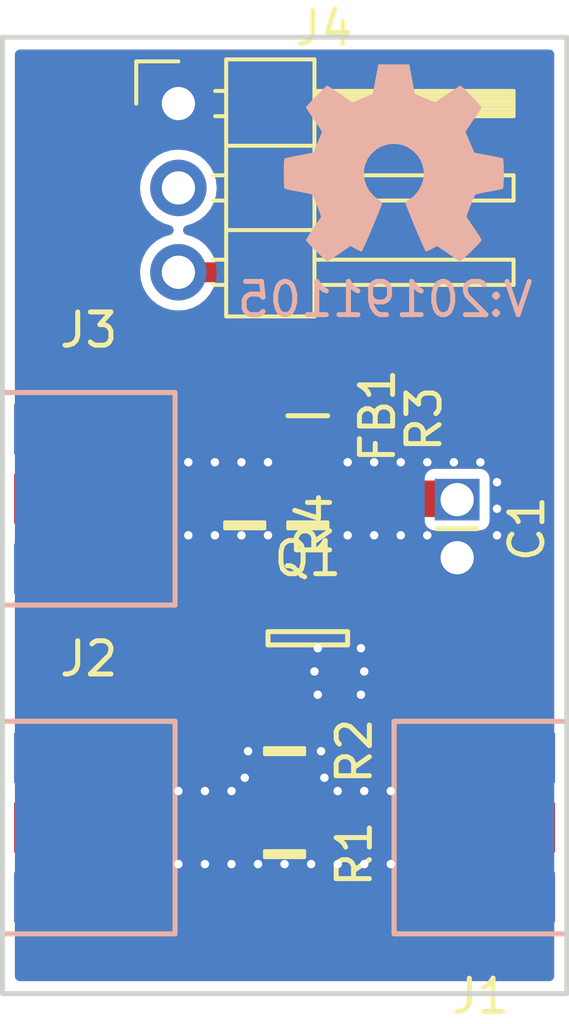
<source format=kicad_pcb>
(kicad_pcb (version 20171130) (host pcbnew 5.1.4-e60b266~84~ubuntu18.04.1)

  (general
    (thickness 1.6)
    (drawings 6)
    (tracks 59)
    (zones 0)
    (modules 13)
    (nets 7)
  )

  (page A4)
  (layers
    (0 F.Cu signal)
    (31 B.Cu signal)
    (32 B.Adhes user)
    (33 F.Adhes user)
    (34 B.Paste user)
    (35 F.Paste user)
    (36 B.SilkS user)
    (37 F.SilkS user)
    (38 B.Mask user)
    (39 F.Mask user)
    (40 Dwgs.User user)
    (41 Cmts.User user)
    (42 Eco1.User user)
    (43 Eco2.User user)
    (44 Edge.Cuts user)
    (45 Margin user)
    (46 B.CrtYd user)
    (47 F.CrtYd user)
    (48 B.Fab user)
    (49 F.Fab user)
  )

  (setup
    (last_trace_width 1.5)
    (user_trace_width 0.1524)
    (user_trace_width 0.2)
    (user_trace_width 0.3)
    (user_trace_width 0.4)
    (user_trace_width 0.6)
    (user_trace_width 1.1)
    (user_trace_width 1.5)
    (user_trace_width 2)
    (trace_clearance 0.1524)
    (zone_clearance 0.508)
    (zone_45_only no)
    (trace_min 0.1524)
    (via_size 0.381)
    (via_drill 0.254)
    (via_min_size 0.381)
    (via_min_drill 0.254)
    (user_via 0.4 0.254)
    (user_via 0.6 0.4)
    (user_via 0.8 0.6)
    (user_via 1 0.8)
    (user_via 1.3 1)
    (user_via 1.5 1.2)
    (user_via 1.7 1.4)
    (user_via 1.9 1.6)
    (uvia_size 0.381)
    (uvia_drill 0.254)
    (uvias_allowed no)
    (uvia_min_size 0.381)
    (uvia_min_drill 0.254)
    (edge_width 0.15)
    (segment_width 0.2)
    (pcb_text_width 0.3)
    (pcb_text_size 1.5 1.5)
    (mod_edge_width 0.15)
    (mod_text_size 1 1)
    (mod_text_width 0.15)
    (pad_size 1.524 1.524)
    (pad_drill 0.762)
    (pad_to_mask_clearance 0.1)
    (solder_mask_min_width 0.1)
    (aux_axis_origin 0 0)
    (visible_elements FFFFFF7F)
    (pcbplotparams
      (layerselection 0x010fc_ffffffff)
      (usegerberextensions true)
      (usegerberattributes false)
      (usegerberadvancedattributes false)
      (creategerberjobfile false)
      (excludeedgelayer true)
      (linewidth 0.100000)
      (plotframeref false)
      (viasonmask false)
      (mode 1)
      (useauxorigin false)
      (hpglpennumber 1)
      (hpglpenspeed 20)
      (hpglpendiameter 15.000000)
      (psnegative false)
      (psa4output false)
      (plotreference true)
      (plotvalue true)
      (plotinvisibletext false)
      (padsonsilk false)
      (subtractmaskfromsilk false)
      (outputformat 1)
      (mirror false)
      (drillshape 0)
      (scaleselection 1)
      (outputdirectory "OSH_Park_2_layer_plots"))
  )

  (net 0 "")
  (net 1 /B_WAVEFORM)
  (net 2 GND)
  (net 3 VDD)
  (net 4 /A_WAVEFORM)
  (net 5 "Net-(Q1-Pad3)")
  (net 6 "Net-(Q1-Pad1)")

  (net_class Default "This is the default net class."
    (clearance 0.1524)
    (trace_width 0.1524)
    (via_dia 0.381)
    (via_drill 0.254)
    (uvia_dia 0.381)
    (uvia_drill 0.254)
    (add_net /A_WAVEFORM)
    (add_net /B_WAVEFORM)
    (add_net GND)
    (add_net "Net-(J4-Pad2)")
    (add_net "Net-(Q1-Pad1)")
    (add_net "Net-(Q1-Pad3)")
    (add_net VDD)
  )

  (module SquantorRcl:C_TH+0805+0603+0402 (layer F.Cu) (tedit 5DCB208A) (tstamp 5DC1FE0A)
    (at 192.2 83 270)
    (descr "Capacitor SMD 0805, 0603,0402 pad sizes and through holes")
    (tags "capacitor 0805 0603 0402 Through hole mixed")
    (path /5DC32996)
    (attr smd)
    (fp_text reference C1 (at 0 -2.1 90) (layer F.SilkS)
      (effects (font (size 1 1) (thickness 0.15)))
    )
    (fp_text value DUT (at 0 2.1 90) (layer F.Fab)
      (effects (font (size 1 1) (thickness 0.15)))
    )
    (fp_line (start 1.75 -0.95) (end 1.75 0.95) (layer F.CrtYd) (width 0.05))
    (fp_line (start -1.75 -0.95) (end -1.75 0.95) (layer F.CrtYd) (width 0.05))
    (fp_line (start -1.75 0.95) (end 1.75 0.95) (layer F.CrtYd) (width 0.05))
    (fp_line (start -1.75 -0.95) (end 1.75 -0.95) (layer F.CrtYd) (width 0.05))
    (fp_line (start -0.9 -0.625) (end 0.9 -0.625) (layer F.Fab) (width 0.1))
    (fp_line (start 0.9 -0.625) (end 0.9 0.625) (layer F.Fab) (width 0.1))
    (fp_line (start 0.9 0.625) (end -0.9 0.625) (layer F.Fab) (width 0.1))
    (fp_line (start -0.9 0.625) (end -0.9 -0.625) (layer F.Fab) (width 0.1))
    (fp_line (start 0 -0.6) (end 0 0.6) (layer F.SilkS) (width 0.15))
    (pad 2 thru_hole rect (at 0.875 0 270) (size 1.25 1.35) (drill 1) (layers *.Cu *.Mask)
      (net 2 GND))
    (pad 1 thru_hole rect (at -0.875 0 270) (size 1.25 1.35) (drill 1) (layers *.Cu *.Mask)
      (net 1 /B_WAVEFORM))
    (model ${KISYS3DMOD}/Capacitor_SMD.3dshapes/C_0805_2012Metric.step
      (at (xyz 0 0 0))
      (scale (xyz 1 1 1))
      (rotate (xyz 0 0 0))
    )
  )

  (module Connector_PinHeader_2.54mm:PinHeader_1x03_P2.54mm_Horizontal (layer F.Cu) (tedit 59FED5CB) (tstamp 5DCB168F)
    (at 183.8 70.2)
    (descr "Through hole angled pin header, 1x03, 2.54mm pitch, 6mm pin length, single row")
    (tags "Through hole angled pin header THT 1x03 2.54mm single row")
    (path /5DC34700)
    (fp_text reference J4 (at 4.385 -2.27) (layer F.SilkS)
      (effects (font (size 1 1) (thickness 0.15)))
    )
    (fp_text value Conn_01x02 (at 4.385 7.35) (layer F.Fab)
      (effects (font (size 1 1) (thickness 0.15)))
    )
    (fp_text user %R (at 2.77 2.54 90) (layer F.Fab)
      (effects (font (size 1 1) (thickness 0.15)))
    )
    (fp_line (start 10.55 -1.8) (end -1.8 -1.8) (layer F.CrtYd) (width 0.05))
    (fp_line (start 10.55 6.85) (end 10.55 -1.8) (layer F.CrtYd) (width 0.05))
    (fp_line (start -1.8 6.85) (end 10.55 6.85) (layer F.CrtYd) (width 0.05))
    (fp_line (start -1.8 -1.8) (end -1.8 6.85) (layer F.CrtYd) (width 0.05))
    (fp_line (start -1.27 -1.27) (end 0 -1.27) (layer F.SilkS) (width 0.12))
    (fp_line (start -1.27 0) (end -1.27 -1.27) (layer F.SilkS) (width 0.12))
    (fp_line (start 1.042929 5.46) (end 1.44 5.46) (layer F.SilkS) (width 0.12))
    (fp_line (start 1.042929 4.7) (end 1.44 4.7) (layer F.SilkS) (width 0.12))
    (fp_line (start 10.1 5.46) (end 4.1 5.46) (layer F.SilkS) (width 0.12))
    (fp_line (start 10.1 4.7) (end 10.1 5.46) (layer F.SilkS) (width 0.12))
    (fp_line (start 4.1 4.7) (end 10.1 4.7) (layer F.SilkS) (width 0.12))
    (fp_line (start 1.44 3.81) (end 4.1 3.81) (layer F.SilkS) (width 0.12))
    (fp_line (start 1.042929 2.92) (end 1.44 2.92) (layer F.SilkS) (width 0.12))
    (fp_line (start 1.042929 2.16) (end 1.44 2.16) (layer F.SilkS) (width 0.12))
    (fp_line (start 10.1 2.92) (end 4.1 2.92) (layer F.SilkS) (width 0.12))
    (fp_line (start 10.1 2.16) (end 10.1 2.92) (layer F.SilkS) (width 0.12))
    (fp_line (start 4.1 2.16) (end 10.1 2.16) (layer F.SilkS) (width 0.12))
    (fp_line (start 1.44 1.27) (end 4.1 1.27) (layer F.SilkS) (width 0.12))
    (fp_line (start 1.11 0.38) (end 1.44 0.38) (layer F.SilkS) (width 0.12))
    (fp_line (start 1.11 -0.38) (end 1.44 -0.38) (layer F.SilkS) (width 0.12))
    (fp_line (start 4.1 0.28) (end 10.1 0.28) (layer F.SilkS) (width 0.12))
    (fp_line (start 4.1 0.16) (end 10.1 0.16) (layer F.SilkS) (width 0.12))
    (fp_line (start 4.1 0.04) (end 10.1 0.04) (layer F.SilkS) (width 0.12))
    (fp_line (start 4.1 -0.08) (end 10.1 -0.08) (layer F.SilkS) (width 0.12))
    (fp_line (start 4.1 -0.2) (end 10.1 -0.2) (layer F.SilkS) (width 0.12))
    (fp_line (start 4.1 -0.32) (end 10.1 -0.32) (layer F.SilkS) (width 0.12))
    (fp_line (start 10.1 0.38) (end 4.1 0.38) (layer F.SilkS) (width 0.12))
    (fp_line (start 10.1 -0.38) (end 10.1 0.38) (layer F.SilkS) (width 0.12))
    (fp_line (start 4.1 -0.38) (end 10.1 -0.38) (layer F.SilkS) (width 0.12))
    (fp_line (start 4.1 -1.33) (end 1.44 -1.33) (layer F.SilkS) (width 0.12))
    (fp_line (start 4.1 6.41) (end 4.1 -1.33) (layer F.SilkS) (width 0.12))
    (fp_line (start 1.44 6.41) (end 4.1 6.41) (layer F.SilkS) (width 0.12))
    (fp_line (start 1.44 -1.33) (end 1.44 6.41) (layer F.SilkS) (width 0.12))
    (fp_line (start 4.04 5.4) (end 10.04 5.4) (layer F.Fab) (width 0.1))
    (fp_line (start 10.04 4.76) (end 10.04 5.4) (layer F.Fab) (width 0.1))
    (fp_line (start 4.04 4.76) (end 10.04 4.76) (layer F.Fab) (width 0.1))
    (fp_line (start -0.32 5.4) (end 1.5 5.4) (layer F.Fab) (width 0.1))
    (fp_line (start -0.32 4.76) (end -0.32 5.4) (layer F.Fab) (width 0.1))
    (fp_line (start -0.32 4.76) (end 1.5 4.76) (layer F.Fab) (width 0.1))
    (fp_line (start 4.04 2.86) (end 10.04 2.86) (layer F.Fab) (width 0.1))
    (fp_line (start 10.04 2.22) (end 10.04 2.86) (layer F.Fab) (width 0.1))
    (fp_line (start 4.04 2.22) (end 10.04 2.22) (layer F.Fab) (width 0.1))
    (fp_line (start -0.32 2.86) (end 1.5 2.86) (layer F.Fab) (width 0.1))
    (fp_line (start -0.32 2.22) (end -0.32 2.86) (layer F.Fab) (width 0.1))
    (fp_line (start -0.32 2.22) (end 1.5 2.22) (layer F.Fab) (width 0.1))
    (fp_line (start 4.04 0.32) (end 10.04 0.32) (layer F.Fab) (width 0.1))
    (fp_line (start 10.04 -0.32) (end 10.04 0.32) (layer F.Fab) (width 0.1))
    (fp_line (start 4.04 -0.32) (end 10.04 -0.32) (layer F.Fab) (width 0.1))
    (fp_line (start -0.32 0.32) (end 1.5 0.32) (layer F.Fab) (width 0.1))
    (fp_line (start -0.32 -0.32) (end -0.32 0.32) (layer F.Fab) (width 0.1))
    (fp_line (start -0.32 -0.32) (end 1.5 -0.32) (layer F.Fab) (width 0.1))
    (fp_line (start 1.5 -0.635) (end 2.135 -1.27) (layer F.Fab) (width 0.1))
    (fp_line (start 1.5 6.35) (end 1.5 -0.635) (layer F.Fab) (width 0.1))
    (fp_line (start 4.04 6.35) (end 1.5 6.35) (layer F.Fab) (width 0.1))
    (fp_line (start 4.04 -1.27) (end 4.04 6.35) (layer F.Fab) (width 0.1))
    (fp_line (start 2.135 -1.27) (end 4.04 -1.27) (layer F.Fab) (width 0.1))
    (pad 3 thru_hole oval (at 0 5.08) (size 1.7 1.7) (drill 1) (layers *.Cu *.Mask)
      (net 3 VDD))
    (pad 2 thru_hole oval (at 0 2.54) (size 1.7 1.7) (drill 1) (layers *.Cu *.Mask))
    (pad 1 thru_hole rect (at 0 0) (size 1.7 1.7) (drill 1) (layers *.Cu *.Mask)
      (net 2 GND))
    (model ${KISYS3DMOD}/Connector_PinHeader_2.54mm.3dshapes/PinHeader_1x03_P2.54mm_Horizontal.wrl
      (at (xyz 0 0 0))
      (scale (xyz 1 1 1))
      (rotate (xyz 0 0 0))
    )
  )

  (module SquantorConnectors:SMA_edge_6mm2 (layer F.Cu) (tedit 5DC88CDF) (tstamp 5DC1FE46)
    (at 181.1 82.1)
    (path /5DC23BC2)
    (fp_text reference J3 (at 0 -5.08 180) (layer F.SilkS)
      (effects (font (size 1 1) (thickness 0.15)))
    )
    (fp_text value Coax (at 0 4.445 180) (layer F.Fab)
      (effects (font (size 1 1) (thickness 0.15)))
    )
    (fp_line (start 2.6 3.2) (end -2.6 3.2) (layer B.SilkS) (width 0.15))
    (fp_line (start 2.6 -3.2) (end 2.6 3.2) (layer B.SilkS) (width 0.15))
    (fp_line (start -2.6 -3.2) (end 2.6 -3.2) (layer B.SilkS) (width 0.15))
    (fp_line (start 2.6 3.2) (end -2.6 3.2) (layer F.SilkS) (width 0.15))
    (fp_line (start 2.6 -3.2) (end 2.6 3.2) (layer F.SilkS) (width 0.15))
    (fp_line (start -2.6 -3.2) (end 2.6 -3.2) (layer F.SilkS) (width 0.15))
    (fp_line (start -2.6 -3.2) (end -2.6 3.2) (layer Dwgs.User) (width 0.1))
    (pad 2 smd rect (at 0 2.1) (size 4.5 1.5) (layers B.Cu B.Paste B.Mask)
      (net 2 GND))
    (pad 2 smd rect (at 0 -2.1) (size 4.5 1.5) (layers B.Cu B.Paste B.Mask)
      (net 2 GND))
    (pad 2 smd rect (at 0 2.1) (size 4.5 1.5) (layers F.Cu F.Paste F.Mask)
      (net 2 GND))
    (pad 2 smd rect (at 0 -2.1) (size 4.5 1.5) (layers F.Cu F.Paste F.Mask)
      (net 2 GND))
    (pad 1 smd rect (at 0 0) (size 4.5 1.5) (layers F.Cu F.Paste F.Mask)
      (net 1 /B_WAVEFORM))
  )

  (module SquantorConnectors:SMA_edge_6mm2 (layer F.Cu) (tedit 5DC88CDF) (tstamp 5DC1FE37)
    (at 181.1 92)
    (path /5DC23260)
    (fp_text reference J2 (at 0 -5.08 180) (layer F.SilkS)
      (effects (font (size 1 1) (thickness 0.15)))
    )
    (fp_text value Coax (at 0 4.445 180) (layer F.Fab)
      (effects (font (size 1 1) (thickness 0.15)))
    )
    (fp_line (start 2.6 3.2) (end -2.6 3.2) (layer B.SilkS) (width 0.15))
    (fp_line (start 2.6 -3.2) (end 2.6 3.2) (layer B.SilkS) (width 0.15))
    (fp_line (start -2.6 -3.2) (end 2.6 -3.2) (layer B.SilkS) (width 0.15))
    (fp_line (start 2.6 3.2) (end -2.6 3.2) (layer F.SilkS) (width 0.15))
    (fp_line (start 2.6 -3.2) (end 2.6 3.2) (layer F.SilkS) (width 0.15))
    (fp_line (start -2.6 -3.2) (end 2.6 -3.2) (layer F.SilkS) (width 0.15))
    (fp_line (start -2.6 -3.2) (end -2.6 3.2) (layer Dwgs.User) (width 0.1))
    (pad 2 smd rect (at 0 2.1) (size 4.5 1.5) (layers B.Cu B.Paste B.Mask)
      (net 2 GND))
    (pad 2 smd rect (at 0 -2.1) (size 4.5 1.5) (layers B.Cu B.Paste B.Mask)
      (net 2 GND))
    (pad 2 smd rect (at 0 2.1) (size 4.5 1.5) (layers F.Cu F.Paste F.Mask)
      (net 2 GND))
    (pad 2 smd rect (at 0 -2.1) (size 4.5 1.5) (layers F.Cu F.Paste F.Mask)
      (net 2 GND))
    (pad 1 smd rect (at 0 0) (size 4.5 1.5) (layers F.Cu F.Paste F.Mask)
      (net 4 /A_WAVEFORM))
  )

  (module SquantorConnectors:SMA_edge_6mm2 (layer F.Cu) (tedit 5DC88CDF) (tstamp 5DC1FE28)
    (at 192.9 92 180)
    (path /5DC20E46)
    (fp_text reference J1 (at 0 -5.08 180) (layer F.SilkS)
      (effects (font (size 1 1) (thickness 0.15)))
    )
    (fp_text value Coax (at 0 4.445 180) (layer F.Fab)
      (effects (font (size 1 1) (thickness 0.15)))
    )
    (fp_line (start 2.6 3.2) (end -2.6 3.2) (layer B.SilkS) (width 0.15))
    (fp_line (start 2.6 -3.2) (end 2.6 3.2) (layer B.SilkS) (width 0.15))
    (fp_line (start -2.6 -3.2) (end 2.6 -3.2) (layer B.SilkS) (width 0.15))
    (fp_line (start 2.6 3.2) (end -2.6 3.2) (layer F.SilkS) (width 0.15))
    (fp_line (start 2.6 -3.2) (end 2.6 3.2) (layer F.SilkS) (width 0.15))
    (fp_line (start -2.6 -3.2) (end 2.6 -3.2) (layer F.SilkS) (width 0.15))
    (fp_line (start -2.6 -3.2) (end -2.6 3.2) (layer Dwgs.User) (width 0.1))
    (pad 2 smd rect (at 0 2.1 180) (size 4.5 1.5) (layers B.Cu B.Paste B.Mask)
      (net 2 GND))
    (pad 2 smd rect (at 0 -2.1 180) (size 4.5 1.5) (layers B.Cu B.Paste B.Mask)
      (net 2 GND))
    (pad 2 smd rect (at 0 2.1 180) (size 4.5 1.5) (layers F.Cu F.Paste F.Mask)
      (net 2 GND))
    (pad 2 smd rect (at 0 -2.1 180) (size 4.5 1.5) (layers F.Cu F.Paste F.Mask)
      (net 2 GND))
    (pad 1 smd rect (at 0 0 180) (size 4.5 1.5) (layers F.Cu F.Paste F.Mask)
      (net 4 /A_WAVEFORM))
  )

  (module SquantorRcl:R_0805+0603 (layer F.Cu) (tedit 5DB204EF) (tstamp 5DC1FED4)
    (at 185.8 82.9 270)
    (descr "Resistor SMD 0805, reflow soldering, Vishay (see dcrcw.pdf)")
    (tags "resistor 0805")
    (path /5DC2EDC0)
    (attr smd)
    (fp_text reference R4 (at 0 -2.1 90) (layer F.SilkS)
      (effects (font (size 1 1) (thickness 0.15)))
    )
    (fp_text value 50 (at 0 2.1 90) (layer F.Fab)
      (effects (font (size 1 1) (thickness 0.15)))
    )
    (fp_poly (pts (xy -0.1 -0.6) (xy -0.1 0.6) (xy 0.1 0.6) (xy 0.1 -0.6)) (layer F.SilkS) (width 0.1))
    (fp_line (start 1.55 -0.95) (end 1.55 0.95) (layer F.CrtYd) (width 0.05))
    (fp_line (start -1.55 -0.95) (end -1.55 0.95) (layer F.CrtYd) (width 0.05))
    (fp_line (start -1.55 0.95) (end 1.55 0.95) (layer F.CrtYd) (width 0.05))
    (fp_line (start -1.55 -0.95) (end 1.55 -0.95) (layer F.CrtYd) (width 0.05))
    (fp_line (start -1 -0.625) (end 1 -0.625) (layer F.Fab) (width 0.1))
    (fp_line (start 1 -0.625) (end 1 0.625) (layer F.Fab) (width 0.1))
    (fp_line (start 1 0.625) (end -1 0.625) (layer F.Fab) (width 0.1))
    (fp_line (start -1 0.625) (end -1 -0.625) (layer F.Fab) (width 0.1))
    (pad 2 smd rect (at 0.775 0 270) (size 1.05 1.3) (layers F.Cu F.Paste F.Mask)
      (net 2 GND))
    (pad 1 smd rect (at -0.775 0 270) (size 1.05 1.3) (layers F.Cu F.Paste F.Mask)
      (net 1 /B_WAVEFORM))
    (model ${KISYS3DMOD}/Resistor_SMD.3dshapes/R_0805_2012Metric.step
      (at (xyz 0 0 0))
      (scale (xyz 1 1 1))
      (rotate (xyz 0 0 0))
    )
  )

  (module SquantorRcl:R_0805+0603 (layer F.Cu) (tedit 5DB204EF) (tstamp 5DC1FEC5)
    (at 187.7 82.9 270)
    (descr "Resistor SMD 0805, reflow soldering, Vishay (see dcrcw.pdf)")
    (tags "resistor 0805")
    (path /5DC2ACF9)
    (attr smd)
    (fp_text reference R3 (at -3.2 -3.5 90) (layer F.SilkS)
      (effects (font (size 1 1) (thickness 0.15)))
    )
    (fp_text value 100 (at 0 2.1 90) (layer F.Fab)
      (effects (font (size 1 1) (thickness 0.15)))
    )
    (fp_poly (pts (xy -0.1 -0.6) (xy -0.1 0.6) (xy 0.1 0.6) (xy 0.1 -0.6)) (layer F.SilkS) (width 0.1))
    (fp_line (start 1.55 -0.95) (end 1.55 0.95) (layer F.CrtYd) (width 0.05))
    (fp_line (start -1.55 -0.95) (end -1.55 0.95) (layer F.CrtYd) (width 0.05))
    (fp_line (start -1.55 0.95) (end 1.55 0.95) (layer F.CrtYd) (width 0.05))
    (fp_line (start -1.55 -0.95) (end 1.55 -0.95) (layer F.CrtYd) (width 0.05))
    (fp_line (start -1 -0.625) (end 1 -0.625) (layer F.Fab) (width 0.1))
    (fp_line (start 1 -0.625) (end 1 0.625) (layer F.Fab) (width 0.1))
    (fp_line (start 1 0.625) (end -1 0.625) (layer F.Fab) (width 0.1))
    (fp_line (start -1 0.625) (end -1 -0.625) (layer F.Fab) (width 0.1))
    (pad 2 smd rect (at 0.775 0 270) (size 1.05 1.3) (layers F.Cu F.Paste F.Mask)
      (net 5 "Net-(Q1-Pad3)"))
    (pad 1 smd rect (at -0.775 0 270) (size 1.05 1.3) (layers F.Cu F.Paste F.Mask)
      (net 1 /B_WAVEFORM))
    (model ${KISYS3DMOD}/Resistor_SMD.3dshapes/R_0805_2012Metric.step
      (at (xyz 0 0 0))
      (scale (xyz 1 1 1))
      (rotate (xyz 0 0 0))
    )
  )

  (module SquantorRcl:R_0805+0603 (layer F.Cu) (tedit 5DB204EF) (tstamp 5DC1FEB6)
    (at 187 89.7 270)
    (descr "Resistor SMD 0805, reflow soldering, Vishay (see dcrcw.pdf)")
    (tags "resistor 0805")
    (path /5DC27BD2)
    (attr smd)
    (fp_text reference R2 (at 0 -2.1 90) (layer F.SilkS)
      (effects (font (size 1 1) (thickness 0.15)))
    )
    (fp_text value 560 (at 0 2.1 90) (layer F.Fab)
      (effects (font (size 1 1) (thickness 0.15)))
    )
    (fp_poly (pts (xy -0.1 -0.6) (xy -0.1 0.6) (xy 0.1 0.6) (xy 0.1 -0.6)) (layer F.SilkS) (width 0.1))
    (fp_line (start 1.55 -0.95) (end 1.55 0.95) (layer F.CrtYd) (width 0.05))
    (fp_line (start -1.55 -0.95) (end -1.55 0.95) (layer F.CrtYd) (width 0.05))
    (fp_line (start -1.55 0.95) (end 1.55 0.95) (layer F.CrtYd) (width 0.05))
    (fp_line (start -1.55 -0.95) (end 1.55 -0.95) (layer F.CrtYd) (width 0.05))
    (fp_line (start -1 -0.625) (end 1 -0.625) (layer F.Fab) (width 0.1))
    (fp_line (start 1 -0.625) (end 1 0.625) (layer F.Fab) (width 0.1))
    (fp_line (start 1 0.625) (end -1 0.625) (layer F.Fab) (width 0.1))
    (fp_line (start -1 0.625) (end -1 -0.625) (layer F.Fab) (width 0.1))
    (pad 2 smd rect (at 0.775 0 270) (size 1.05 1.3) (layers F.Cu F.Paste F.Mask)
      (net 4 /A_WAVEFORM))
    (pad 1 smd rect (at -0.775 0 270) (size 1.05 1.3) (layers F.Cu F.Paste F.Mask)
      (net 6 "Net-(Q1-Pad1)"))
    (model ${KISYS3DMOD}/Resistor_SMD.3dshapes/R_0805_2012Metric.step
      (at (xyz 0 0 0))
      (scale (xyz 1 1 1))
      (rotate (xyz 0 0 0))
    )
  )

  (module SquantorRcl:R_0805+0603 (layer F.Cu) (tedit 5DB204EF) (tstamp 5DC1FEA7)
    (at 187 92.8 270)
    (descr "Resistor SMD 0805, reflow soldering, Vishay (see dcrcw.pdf)")
    (tags "resistor 0805")
    (path /5DC27135)
    (attr smd)
    (fp_text reference R1 (at 0 -2.1 90) (layer F.SilkS)
      (effects (font (size 1 1) (thickness 0.15)))
    )
    (fp_text value 50 (at 0 2.1 90) (layer F.Fab)
      (effects (font (size 1 1) (thickness 0.15)))
    )
    (fp_poly (pts (xy -0.1 -0.6) (xy -0.1 0.6) (xy 0.1 0.6) (xy 0.1 -0.6)) (layer F.SilkS) (width 0.1))
    (fp_line (start 1.55 -0.95) (end 1.55 0.95) (layer F.CrtYd) (width 0.05))
    (fp_line (start -1.55 -0.95) (end -1.55 0.95) (layer F.CrtYd) (width 0.05))
    (fp_line (start -1.55 0.95) (end 1.55 0.95) (layer F.CrtYd) (width 0.05))
    (fp_line (start -1.55 -0.95) (end 1.55 -0.95) (layer F.CrtYd) (width 0.05))
    (fp_line (start -1 -0.625) (end 1 -0.625) (layer F.Fab) (width 0.1))
    (fp_line (start 1 -0.625) (end 1 0.625) (layer F.Fab) (width 0.1))
    (fp_line (start 1 0.625) (end -1 0.625) (layer F.Fab) (width 0.1))
    (fp_line (start -1 0.625) (end -1 -0.625) (layer F.Fab) (width 0.1))
    (pad 2 smd rect (at 0.775 0 270) (size 1.05 1.3) (layers F.Cu F.Paste F.Mask)
      (net 2 GND))
    (pad 1 smd rect (at -0.775 0 270) (size 1.05 1.3) (layers F.Cu F.Paste F.Mask)
      (net 4 /A_WAVEFORM))
    (model ${KISYS3DMOD}/Resistor_SMD.3dshapes/R_0805_2012Metric.step
      (at (xyz 0 0 0))
      (scale (xyz 1 1 1))
      (rotate (xyz 0 0 0))
    )
  )

  (module SquantorIC:SOT23-3 (layer F.Cu) (tedit 5D43446D) (tstamp 5DC1FE98)
    (at 187.7 86.3)
    (path /5DC260EE)
    (fp_text reference Q1 (at 0 -2.4) (layer F.SilkS)
      (effects (font (size 1 1) (thickness 0.15)))
    )
    (fp_text value MMBT2369AL (at 0 2.5) (layer F.Fab)
      (effects (font (size 1 1) (thickness 0.15)))
    )
    (fp_line (start 1.7 -1.1) (end 1.7 1.8) (layer F.CrtYd) (width 0.05))
    (fp_line (start 0.7 -1.1) (end 1.7 -1.1) (layer F.CrtYd) (width 0.05))
    (fp_line (start 0.7 -1.8) (end 0.7 -1.1) (layer F.CrtYd) (width 0.05))
    (fp_line (start -0.7 -1.8) (end 0.7 -1.8) (layer F.CrtYd) (width 0.05))
    (fp_line (start -0.7 -1.1) (end -0.7 -1.8) (layer F.CrtYd) (width 0.05))
    (fp_line (start -1.7 -1.1) (end -0.7 -1.1) (layer F.CrtYd) (width 0.05))
    (fp_line (start -1.7 1.8) (end -1.7 -1.1) (layer F.CrtYd) (width 0.05))
    (fp_line (start -1.7 1.8) (end 1.7 1.8) (layer F.CrtYd) (width 0.05))
    (fp_line (start -1.2 0.2) (end -1.2 -0.2) (layer F.SilkS) (width 0.15))
    (fp_line (start 1.2 0.2) (end -1.2 0.2) (layer F.SilkS) (width 0.15))
    (fp_line (start 1.2 -0.2) (end 1.2 0.2) (layer F.SilkS) (width 0.15))
    (fp_line (start -1.2 -0.2) (end 1.2 -0.2) (layer F.SilkS) (width 0.15))
    (pad 3 smd rect (at 0 -1) (size 0.8 0.9) (layers F.Cu F.Paste F.Mask)
      (net 5 "Net-(Q1-Pad3)"))
    (pad 2 smd rect (at 0.95 1) (size 0.8 0.9) (layers F.Cu F.Paste F.Mask)
      (net 2 GND))
    (pad 1 smd rect (at -0.95 1) (size 0.8 0.9) (layers F.Cu F.Paste F.Mask)
      (net 6 "Net-(Q1-Pad1)"))
    (model ${KISYS3DMOD}/Package_TO_SOT_SMD.3dshapes/SOT-23.step
      (at (xyz 0 0 0))
      (scale (xyz 1 1 1))
      (rotate (xyz 0 0 -90))
    )
  )

  (module SquantorRcl:C_0805+0603 (layer F.Cu) (tedit 5D4424FD) (tstamp 5DC1FE19)
    (at 187.7 79.6 270)
    (descr "Capacitor SMD 0805 and 0603 pad sizes, reflow soldering, based on AVX dimensions")
    (tags "capacitor 0805 0603 mixed")
    (path /5DC36EE9)
    (attr smd)
    (fp_text reference FB1 (at 0 -2.1 90) (layer F.SilkS)
      (effects (font (size 1 1) (thickness 0.15)))
    )
    (fp_text value Ferrite_Bead (at 0 2.1 90) (layer F.Fab)
      (effects (font (size 1 1) (thickness 0.15)))
    )
    (fp_line (start 0 -0.6) (end 0 0.6) (layer F.SilkS) (width 0.15))
    (fp_line (start -0.9 0.625) (end -0.9 -0.625) (layer F.Fab) (width 0.1))
    (fp_line (start 0.9 0.625) (end -0.9 0.625) (layer F.Fab) (width 0.1))
    (fp_line (start 0.9 -0.625) (end 0.9 0.625) (layer F.Fab) (width 0.1))
    (fp_line (start -0.9 -0.625) (end 0.9 -0.625) (layer F.Fab) (width 0.1))
    (fp_line (start -1.75 -0.95) (end 1.75 -0.95) (layer F.CrtYd) (width 0.05))
    (fp_line (start -1.75 0.95) (end 1.75 0.95) (layer F.CrtYd) (width 0.05))
    (fp_line (start -1.75 -0.95) (end -1.75 0.95) (layer F.CrtYd) (width 0.05))
    (fp_line (start 1.75 -0.95) (end 1.75 0.95) (layer F.CrtYd) (width 0.05))
    (pad 1 smd rect (at -0.925 0 270) (size 1.15 1.35) (layers F.Cu F.Paste F.Mask)
      (net 3 VDD))
    (pad 2 smd rect (at 0.925 0 270) (size 1.15 1.35) (layers F.Cu F.Paste F.Mask)
      (net 1 /B_WAVEFORM))
    (model ${KISYS3DMOD}/Capacitor_SMD.3dshapes/C_0805_2012Metric.step
      (at (xyz 0 0 0))
      (scale (xyz 1 1 1))
      (rotate (xyz 0 0 0))
    )
  )

  (module Symbols:OSHW-Symbol_6.7x6mm_SilkScreen (layer B.Cu) (tedit 0) (tstamp 5A135134)
    (at 190.3 72 180)
    (descr "Open Source Hardware Symbol")
    (tags "Logo Symbol OSHW")
    (path /5A135869)
    (attr virtual)
    (fp_text reference N1 (at 0 0) (layer B.SilkS) hide
      (effects (font (size 1 1) (thickness 0.15)) (justify mirror))
    )
    (fp_text value OHWLOGO (at 0.75 0) (layer B.Fab) hide
      (effects (font (size 1 1) (thickness 0.15)) (justify mirror))
    )
    (fp_poly (pts (xy 0.555814 2.531069) (xy 0.639635 2.086445) (xy 0.94892 1.958947) (xy 1.258206 1.831449)
      (xy 1.629246 2.083754) (xy 1.733157 2.154004) (xy 1.827087 2.216728) (xy 1.906652 2.269062)
      (xy 1.96747 2.308143) (xy 2.005157 2.331107) (xy 2.015421 2.336058) (xy 2.03391 2.323324)
      (xy 2.07342 2.288118) (xy 2.129522 2.234938) (xy 2.197787 2.168282) (xy 2.273786 2.092646)
      (xy 2.353092 2.012528) (xy 2.431275 1.932426) (xy 2.503907 1.856836) (xy 2.566559 1.790255)
      (xy 2.614803 1.737182) (xy 2.64421 1.702113) (xy 2.651241 1.690377) (xy 2.641123 1.66874)
      (xy 2.612759 1.621338) (xy 2.569129 1.552807) (xy 2.513218 1.467785) (xy 2.448006 1.370907)
      (xy 2.410219 1.31565) (xy 2.341343 1.214752) (xy 2.28014 1.123701) (xy 2.229578 1.04703)
      (xy 2.192628 0.989272) (xy 2.172258 0.954957) (xy 2.169197 0.947746) (xy 2.176136 0.927252)
      (xy 2.195051 0.879487) (xy 2.223087 0.811168) (xy 2.257391 0.729011) (xy 2.295109 0.63973)
      (xy 2.333387 0.550042) (xy 2.36937 0.466662) (xy 2.400206 0.396306) (xy 2.423039 0.34569)
      (xy 2.435017 0.321529) (xy 2.435724 0.320578) (xy 2.454531 0.315964) (xy 2.504618 0.305672)
      (xy 2.580793 0.290713) (xy 2.677865 0.272099) (xy 2.790643 0.250841) (xy 2.856442 0.238582)
      (xy 2.97695 0.215638) (xy 3.085797 0.193805) (xy 3.177476 0.174278) (xy 3.246481 0.158252)
      (xy 3.287304 0.146921) (xy 3.295511 0.143326) (xy 3.303548 0.118994) (xy 3.310033 0.064041)
      (xy 3.31497 -0.015108) (xy 3.318364 -0.112026) (xy 3.320218 -0.220287) (xy 3.320538 -0.333465)
      (xy 3.319327 -0.445135) (xy 3.31659 -0.548868) (xy 3.312331 -0.638241) (xy 3.306555 -0.706826)
      (xy 3.299267 -0.748197) (xy 3.294895 -0.75681) (xy 3.268764 -0.767133) (xy 3.213393 -0.781892)
      (xy 3.136107 -0.799352) (xy 3.04423 -0.81778) (xy 3.012158 -0.823741) (xy 2.857524 -0.852066)
      (xy 2.735375 -0.874876) (xy 2.641673 -0.89308) (xy 2.572384 -0.907583) (xy 2.523471 -0.919292)
      (xy 2.490897 -0.929115) (xy 2.470628 -0.937956) (xy 2.458626 -0.946724) (xy 2.456947 -0.948457)
      (xy 2.440184 -0.976371) (xy 2.414614 -1.030695) (xy 2.382788 -1.104777) (xy 2.34726 -1.191965)
      (xy 2.310583 -1.285608) (xy 2.275311 -1.379052) (xy 2.243996 -1.465647) (xy 2.219193 -1.53874)
      (xy 2.203454 -1.591678) (xy 2.199332 -1.617811) (xy 2.199676 -1.618726) (xy 2.213641 -1.640086)
      (xy 2.245322 -1.687084) (xy 2.291391 -1.754827) (xy 2.348518 -1.838423) (xy 2.413373 -1.932982)
      (xy 2.431843 -1.959854) (xy 2.497699 -2.057275) (xy 2.55565 -2.146163) (xy 2.602538 -2.221412)
      (xy 2.635207 -2.27792) (xy 2.6505 -2.310581) (xy 2.651241 -2.314593) (xy 2.638392 -2.335684)
      (xy 2.602888 -2.377464) (xy 2.549293 -2.435445) (xy 2.482171 -2.505135) (xy 2.406087 -2.582045)
      (xy 2.325604 -2.661683) (xy 2.245287 -2.739561) (xy 2.169699 -2.811186) (xy 2.103405 -2.87207)
      (xy 2.050969 -2.917721) (xy 2.016955 -2.94365) (xy 2.007545 -2.947883) (xy 1.985643 -2.937912)
      (xy 1.9408 -2.91102) (xy 1.880321 -2.871736) (xy 1.833789 -2.840117) (xy 1.749475 -2.782098)
      (xy 1.649626 -2.713784) (xy 1.549473 -2.645579) (xy 1.495627 -2.609075) (xy 1.313371 -2.4858)
      (xy 1.160381 -2.56852) (xy 1.090682 -2.604759) (xy 1.031414 -2.632926) (xy 0.991311 -2.648991)
      (xy 0.981103 -2.651226) (xy 0.968829 -2.634722) (xy 0.944613 -2.588082) (xy 0.910263 -2.515609)
      (xy 0.867588 -2.421606) (xy 0.818394 -2.310374) (xy 0.76449 -2.186215) (xy 0.707684 -2.053432)
      (xy 0.649782 -1.916327) (xy 0.592593 -1.779202) (xy 0.537924 -1.646358) (xy 0.487584 -1.522098)
      (xy 0.44338 -1.410725) (xy 0.407119 -1.316539) (xy 0.380609 -1.243844) (xy 0.365658 -1.196941)
      (xy 0.363254 -1.180833) (xy 0.382311 -1.160286) (xy 0.424036 -1.126933) (xy 0.479706 -1.087702)
      (xy 0.484378 -1.084599) (xy 0.628264 -0.969423) (xy 0.744283 -0.835053) (xy 0.83143 -0.685784)
      (xy 0.888699 -0.525913) (xy 0.915086 -0.359737) (xy 0.909585 -0.191552) (xy 0.87119 -0.025655)
      (xy 0.798895 0.133658) (xy 0.777626 0.168513) (xy 0.666996 0.309263) (xy 0.536302 0.422286)
      (xy 0.390064 0.506997) (xy 0.232808 0.562806) (xy 0.069057 0.589126) (xy -0.096667 0.58537)
      (xy -0.259838 0.55095) (xy -0.415935 0.485277) (xy -0.560433 0.387765) (xy -0.605131 0.348187)
      (xy -0.718888 0.224297) (xy -0.801782 0.093876) (xy -0.858644 -0.052315) (xy -0.890313 -0.197088)
      (xy -0.898131 -0.35986) (xy -0.872062 -0.52344) (xy -0.814755 -0.682298) (xy -0.728856 -0.830906)
      (xy -0.617014 -0.963735) (xy -0.481877 -1.075256) (xy -0.464117 -1.087011) (xy -0.40785 -1.125508)
      (xy -0.365077 -1.158863) (xy -0.344628 -1.18016) (xy -0.344331 -1.180833) (xy -0.348721 -1.203871)
      (xy -0.366124 -1.256157) (xy -0.394732 -1.33339) (xy -0.432735 -1.431268) (xy -0.478326 -1.545491)
      (xy -0.529697 -1.671758) (xy -0.585038 -1.805767) (xy -0.642542 -1.943218) (xy -0.700399 -2.079808)
      (xy -0.756802 -2.211237) (xy -0.809942 -2.333205) (xy -0.85801 -2.441409) (xy -0.899199 -2.531549)
      (xy -0.931699 -2.599323) (xy -0.953703 -2.64043) (xy -0.962564 -2.651226) (xy -0.98964 -2.642819)
      (xy -1.040303 -2.620272) (xy -1.105817 -2.587613) (xy -1.141841 -2.56852) (xy -1.294832 -2.4858)
      (xy -1.477088 -2.609075) (xy -1.570125 -2.672228) (xy -1.671985 -2.741727) (xy -1.767438 -2.807165)
      (xy -1.81525 -2.840117) (xy -1.882495 -2.885273) (xy -1.939436 -2.921057) (xy -1.978646 -2.942938)
      (xy -1.991381 -2.947563) (xy -2.009917 -2.935085) (xy -2.050941 -2.900252) (xy -2.110475 -2.846678)
      (xy -2.184542 -2.777983) (xy -2.269165 -2.697781) (xy -2.322685 -2.646286) (xy -2.416319 -2.554286)
      (xy -2.497241 -2.471999) (xy -2.562177 -2.402945) (xy -2.607858 -2.350644) (xy -2.631011 -2.318616)
      (xy -2.633232 -2.312116) (xy -2.622924 -2.287394) (xy -2.594439 -2.237405) (xy -2.550937 -2.167212)
      (xy -2.495577 -2.081875) (xy -2.43152 -1.986456) (xy -2.413303 -1.959854) (xy -2.346927 -1.863167)
      (xy -2.287378 -1.776117) (xy -2.237984 -1.703595) (xy -2.202075 -1.650493) (xy -2.182981 -1.621703)
      (xy -2.181136 -1.618726) (xy -2.183895 -1.595782) (xy -2.198538 -1.545336) (xy -2.222513 -1.474041)
      (xy -2.253266 -1.388547) (xy -2.288244 -1.295507) (xy -2.324893 -1.201574) (xy -2.360661 -1.113399)
      (xy -2.392994 -1.037634) (xy -2.419338 -0.980931) (xy -2.437142 -0.949943) (xy -2.438407 -0.948457)
      (xy -2.449294 -0.939601) (xy -2.467682 -0.930843) (xy -2.497606 -0.921277) (xy -2.543103 -0.909996)
      (xy -2.608209 -0.896093) (xy -2.696961 -0.878663) (xy -2.813393 -0.856798) (xy -2.961542 -0.829591)
      (xy -2.993618 -0.823741) (xy -3.088686 -0.805374) (xy -3.171565 -0.787405) (xy -3.23493 -0.771569)
      (xy -3.271458 -0.7596) (xy -3.276356 -0.75681) (xy -3.284427 -0.732072) (xy -3.290987 -0.67679)
      (xy -3.296033 -0.597389) (xy -3.299559 -0.500296) (xy -3.301561 -0.391938) (xy -3.302036 -0.27874)
      (xy -3.300977 -0.167128) (xy -3.298382 -0.063529) (xy -3.294246 0.025632) (xy -3.288563 0.093928)
      (xy -3.281331 0.134934) (xy -3.276971 0.143326) (xy -3.252698 0.151792) (xy -3.197426 0.165565)
      (xy -3.116662 0.18345) (xy -3.015912 0.204252) (xy -2.900683 0.226777) (xy -2.837902 0.238582)
      (xy -2.718787 0.260849) (xy -2.612565 0.281021) (xy -2.524427 0.298085) (xy -2.459566 0.311031)
      (xy -2.423174 0.318845) (xy -2.417184 0.320578) (xy -2.407061 0.34011) (xy -2.385662 0.387157)
      (xy -2.355839 0.454997) (xy -2.320445 0.536909) (xy -2.282332 0.626172) (xy -2.244353 0.716065)
      (xy -2.20936 0.799865) (xy -2.180206 0.870853) (xy -2.159743 0.922306) (xy -2.150823 0.947503)
      (xy -2.150657 0.948604) (xy -2.160769 0.968481) (xy -2.189117 1.014223) (xy -2.232723 1.081283)
      (xy -2.288606 1.165116) (xy -2.353787 1.261174) (xy -2.391679 1.31635) (xy -2.460725 1.417519)
      (xy -2.52205 1.50937) (xy -2.572663 1.587256) (xy -2.609571 1.646531) (xy -2.629782 1.682549)
      (xy -2.632701 1.690623) (xy -2.620153 1.709416) (xy -2.585463 1.749543) (xy -2.533063 1.806507)
      (xy -2.467384 1.875815) (xy -2.392856 1.952969) (xy -2.313913 2.033475) (xy -2.234983 2.112837)
      (xy -2.1605 2.18656) (xy -2.094894 2.250148) (xy -2.042596 2.299106) (xy -2.008039 2.328939)
      (xy -1.996478 2.336058) (xy -1.977654 2.326047) (xy -1.932631 2.297922) (xy -1.865787 2.254546)
      (xy -1.781499 2.198782) (xy -1.684144 2.133494) (xy -1.610707 2.083754) (xy -1.239667 1.831449)
      (xy -0.621095 2.086445) (xy -0.537275 2.531069) (xy -0.453454 2.975693) (xy 0.471994 2.975693)
      (xy 0.555814 2.531069)) (layer B.SilkS) (width 0.01))
  )

  (module SquantorLabels:Label_version (layer B.Cu) (tedit 5B5A1E49) (tstamp 5B96DD88)
    (at 189.8 76)
    (path /5A1357A5)
    (fp_text reference N2 (at 0 -1.4) (layer B.Fab) hide
      (effects (font (size 1 1) (thickness 0.15)) (justify mirror))
    )
    (fp_text value 20191105 (at -0.4 0.1) (layer B.SilkS)
      (effects (font (size 1 1) (thickness 0.15)) (justify mirror))
    )
    (fp_text user V: (at 4 0.1) (layer B.SilkS)
      (effects (font (size 1 1) (thickness 0.15)) (justify mirror))
    )
  )

  (gr_line (start 192.2 82.1) (end 183.2 82.1) (layer F.Mask) (width 1.3))
  (gr_line (start 183.4 92) (end 190.7 92) (layer F.Mask) (width 1.3))
  (gr_line (start 178.5 68.2) (end 178.5 97) (layer Edge.Cuts) (width 0.15) (tstamp 5DC20263))
  (gr_line (start 195.5 68.2) (end 178.5 68.2) (layer Edge.Cuts) (width 0.15))
  (gr_line (start 195.5 97) (end 195.5 68.2) (layer Edge.Cuts) (width 0.15))
  (gr_line (start 178.5 97) (end 195.5 97) (layer Edge.Cuts) (width 0.15))

  (via (at 186.5 83.2) (size 0.4) (drill 0.254) (layers F.Cu B.Cu) (net 2))
  (via (at 185.7 83.2) (size 0.4) (drill 0.254) (layers F.Cu B.Cu) (net 2))
  (segment (start 192.175 82.1) (end 192.2 82.125) (width 1.1) (layer F.Cu) (net 1))
  (segment (start 181.1 82.1) (end 192.175 82.1) (width 1.1) (layer F.Cu) (net 1))
  (segment (start 187.7 82.125) (end 187.7 80.525) (width 0.6) (layer F.Cu) (net 1))
  (via (at 187 93.1) (size 0.4) (drill 0.254) (layers F.Cu B.Cu) (net 2))
  (via (at 183.8 93.1) (size 0.4) (drill 0.254) (layers F.Cu B.Cu) (net 2))
  (via (at 184.6 93.1) (size 0.4) (drill 0.254) (layers F.Cu B.Cu) (net 2))
  (via (at 185.4 93.1) (size 0.4) (drill 0.254) (layers F.Cu B.Cu) (net 2))
  (via (at 186.2 93.1) (size 0.4) (drill 0.254) (layers F.Cu B.Cu) (net 2))
  (via (at 187.8 93.1) (size 0.4) (drill 0.254) (layers F.Cu B.Cu) (net 2))
  (via (at 188.6 93.1) (size 0.4) (drill 0.254) (layers F.Cu B.Cu) (net 2))
  (via (at 189.4 93.1) (size 0.4) (drill 0.254) (layers F.Cu B.Cu) (net 2))
  (via (at 190.2 93.1) (size 0.4) (drill 0.254) (layers F.Cu B.Cu) (net 2))
  (via (at 183.8 90.9) (size 0.4) (drill 0.254) (layers F.Cu B.Cu) (net 2))
  (via (at 184.6 90.9) (size 0.4) (drill 0.254) (layers F.Cu B.Cu) (net 2))
  (via (at 185.4 90.9) (size 0.4) (drill 0.254) (layers F.Cu B.Cu) (net 2))
  (via (at 185.8 90.5) (size 0.4) (drill 0.254) (layers F.Cu B.Cu) (net 2))
  (via (at 185.9 89.7) (size 0.4) (drill 0.254) (layers F.Cu B.Cu) (net 2))
  (via (at 188.1 89.7) (size 0.4) (drill 0.254) (layers F.Cu B.Cu) (net 2))
  (via (at 188.2 90.5) (size 0.4) (drill 0.254) (layers F.Cu B.Cu) (net 2))
  (via (at 188.6 90.9) (size 0.4) (drill 0.254) (layers F.Cu B.Cu) (net 2))
  (via (at 189.4 90.9) (size 0.4) (drill 0.254) (layers F.Cu B.Cu) (net 2))
  (via (at 190.2 90.9) (size 0.4) (drill 0.254) (layers F.Cu B.Cu) (net 2))
  (via (at 189.3 86.6) (size 0.381) (drill 0.254) (layers F.Cu B.Cu) (net 2))
  (via (at 189.3 88) (size 0.4) (drill 0.254) (layers F.Cu B.Cu) (net 2))
  (via (at 189.4 87.3) (size 0.4) (drill 0.254) (layers F.Cu B.Cu) (net 2))
  (via (at 187.9 87.3) (size 0.4) (drill 0.254) (layers F.Cu B.Cu) (net 2))
  (via (at 188 86.6) (size 0.4) (drill 0.254) (layers F.Cu B.Cu) (net 2))
  (via (at 188 88) (size 0.4) (drill 0.254) (layers F.Cu B.Cu) (net 2))
  (via (at 184.1 83.2) (size 0.4) (drill 0.254) (layers F.Cu B.Cu) (net 2))
  (via (at 184.9 83.2) (size 0.4) (drill 0.254) (layers F.Cu B.Cu) (net 2))
  (via (at 184.9 81) (size 0.4) (drill 0.254) (layers F.Cu B.Cu) (net 2))
  (via (at 185.7 81) (size 0.4) (drill 0.254) (layers F.Cu B.Cu) (net 2))
  (via (at 186.5 81) (size 0.4) (drill 0.254) (layers F.Cu B.Cu) (net 2))
  (via (at 188.9 81) (size 0.4) (drill 0.254) (layers F.Cu B.Cu) (net 2))
  (via (at 188.9 83.2) (size 0.4) (drill 0.254) (layers F.Cu B.Cu) (net 2))
  (via (at 189.7 83.2) (size 0.4) (drill 0.254) (layers F.Cu B.Cu) (net 2))
  (via (at 190.5 83.2) (size 0.4) (drill 0.254) (layers F.Cu B.Cu) (net 2))
  (via (at 191.3 83.2) (size 0.4) (drill 0.254) (layers F.Cu B.Cu) (net 2))
  (via (at 189.7 81) (size 0.4) (drill 0.254) (layers F.Cu B.Cu) (net 2))
  (via (at 190.5 81) (size 0.4) (drill 0.254) (layers F.Cu B.Cu) (net 2))
  (via (at 191.3 81) (size 0.4) (drill 0.254) (layers F.Cu B.Cu) (net 2))
  (via (at 192.1 81) (size 0.4) (drill 0.254) (layers F.Cu B.Cu) (net 2))
  (via (at 192.9 81) (size 0.4) (drill 0.254) (layers F.Cu B.Cu) (net 2))
  (via (at 193.4 81.6) (size 0.4) (drill 0.254) (layers F.Cu B.Cu) (net 2))
  (via (at 193.4 82.4) (size 0.4) (drill 0.254) (layers F.Cu B.Cu) (net 2))
  (via (at 193.4 83.2) (size 0.4) (drill 0.254) (layers F.Cu B.Cu) (net 2))
  (via (at 184.1 81) (size 0.4) (drill 0.254) (layers F.Cu B.Cu) (net 2))
  (segment (start 183.8 75.28) (end 186.88 75.28) (width 0.6) (layer F.Cu) (net 3))
  (segment (start 187.7 76.1) (end 187.7 78.675) (width 0.6) (layer F.Cu) (net 3))
  (segment (start 186.88 75.28) (end 187.7 76.1) (width 0.6) (layer F.Cu) (net 3))
  (segment (start 181.1 92) (end 192.9 92) (width 1.1) (layer F.Cu) (net 4))
  (segment (start 187 91.4) (end 187 92.025) (width 0.6) (layer F.Cu) (net 4))
  (segment (start 187 90.475) (end 187 91.4) (width 1.1) (layer F.Cu) (net 4))
  (segment (start 187.7 85.3) (end 187.7 83.675) (width 0.6) (layer F.Cu) (net 5))
  (segment (start 187 88.925) (end 187 88.2) (width 0.6) (layer F.Cu) (net 6))
  (segment (start 186.75 87.95) (end 186.75 87.3) (width 0.6) (layer F.Cu) (net 6))
  (segment (start 187 88.2) (end 186.75 87.95) (width 0.6) (layer F.Cu) (net 6))

  (zone (net 2) (net_name GND) (layer F.Cu) (tstamp 0) (hatch edge 0.508)
    (connect_pads yes (clearance 0.3))
    (min_thickness 0.3)
    (fill yes (arc_segments 32) (thermal_gap 0.3) (thermal_bridge_width 0.4))
    (polygon
      (pts
        (xy 178.5 68.2) (xy 195.5 68.2) (xy 195.5 97) (xy 178.5 97)
      )
    )
    (filled_polygon
      (pts
        (xy 186.35 93.002177) (xy 187.65 93.002177) (xy 187.672105 93) (xy 190.273379 93) (xy 190.274029 93.001216)
        (xy 190.330263 93.069737) (xy 190.398784 93.125971) (xy 190.476959 93.167757) (xy 190.561785 93.193489) (xy 190.65 93.202177)
        (xy 194.975 93.202177) (xy 194.975 96.475) (xy 179.025 96.475) (xy 179.025 93.202177) (xy 183.35 93.202177)
        (xy 183.438215 93.193489) (xy 183.523041 93.167757) (xy 183.601216 93.125971) (xy 183.669737 93.069737) (xy 183.725971 93.001216)
        (xy 183.726621 93) (xy 186.327895 93)
      )
    )
    (filled_polygon
      (pts
        (xy 194.975 90.797823) (xy 190.65 90.797823) (xy 190.561785 90.806511) (xy 190.476959 90.832243) (xy 190.398784 90.874029)
        (xy 190.330263 90.930263) (xy 190.274029 90.998784) (xy 190.273379 91) (xy 188.102177 91) (xy 188.102177 89.95)
        (xy 188.093489 89.861785) (xy 188.067757 89.776959) (xy 188.026621 89.7) (xy 188.067757 89.623041) (xy 188.093489 89.538215)
        (xy 188.102177 89.45) (xy 188.102177 88.4) (xy 188.093489 88.311785) (xy 188.067757 88.226959) (xy 188.025971 88.148784)
        (xy 187.969737 88.080263) (xy 187.901216 88.024029) (xy 187.823041 87.982243) (xy 187.738215 87.956511) (xy 187.709013 87.953635)
        (xy 187.696261 87.911599) (xy 187.626619 87.781307) (xy 187.602043 87.751361) (xy 187.602177 87.75) (xy 187.602177 86.85)
        (xy 187.593489 86.761785) (xy 187.567757 86.676959) (xy 187.525971 86.598784) (xy 187.469737 86.530263) (xy 187.401216 86.474029)
        (xy 187.323041 86.432243) (xy 187.238215 86.406511) (xy 187.15 86.397823) (xy 186.35 86.397823) (xy 186.261785 86.406511)
        (xy 186.176959 86.432243) (xy 186.098784 86.474029) (xy 186.030263 86.530263) (xy 185.974029 86.598784) (xy 185.932243 86.676959)
        (xy 185.906511 86.761785) (xy 185.897823 86.85) (xy 185.897823 87.75) (xy 185.906511 87.838215) (xy 185.932243 87.923041)
        (xy 185.974029 88.001216) (xy 186.005152 88.039139) (xy 186.010853 88.097025) (xy 186.012379 88.102055) (xy 185.974029 88.148784)
        (xy 185.932243 88.226959) (xy 185.906511 88.311785) (xy 185.897823 88.4) (xy 185.897823 89.45) (xy 185.906511 89.538215)
        (xy 185.932243 89.623041) (xy 185.973379 89.7) (xy 185.932243 89.776959) (xy 185.906511 89.861785) (xy 185.897823 89.95)
        (xy 185.897823 91) (xy 183.726621 91) (xy 183.725971 90.998784) (xy 183.669737 90.930263) (xy 183.601216 90.874029)
        (xy 183.523041 90.832243) (xy 183.438215 90.806511) (xy 183.35 90.797823) (xy 179.025 90.797823) (xy 179.025 83.302177)
        (xy 183.35 83.302177) (xy 183.438215 83.293489) (xy 183.523041 83.267757) (xy 183.601216 83.225971) (xy 183.669737 83.169737)
        (xy 183.725971 83.101216) (xy 183.726621 83.1) (xy 185.127895 83.1) (xy 185.15 83.102177) (xy 186.45 83.102177)
        (xy 186.472105 83.1) (xy 186.602747 83.1) (xy 186.597823 83.15) (xy 186.597823 84.2) (xy 186.606511 84.288215)
        (xy 186.632243 84.373041) (xy 186.674029 84.451216) (xy 186.730263 84.519737) (xy 186.798784 84.575971) (xy 186.876959 84.617757)
        (xy 186.908735 84.627396) (xy 186.882243 84.676959) (xy 186.856511 84.761785) (xy 186.847823 84.85) (xy 186.847823 85.75)
        (xy 186.856511 85.838215) (xy 186.882243 85.923041) (xy 186.924029 86.001216) (xy 186.980263 86.069737) (xy 187.048784 86.125971)
        (xy 187.126959 86.167757) (xy 187.211785 86.193489) (xy 187.3 86.202177) (xy 188.1 86.202177) (xy 188.188215 86.193489)
        (xy 188.273041 86.167757) (xy 188.351216 86.125971) (xy 188.419737 86.069737) (xy 188.475971 86.001216) (xy 188.517757 85.923041)
        (xy 188.543489 85.838215) (xy 188.552177 85.75) (xy 188.552177 84.85) (xy 188.543489 84.761785) (xy 188.517757 84.676959)
        (xy 188.491265 84.627396) (xy 188.523041 84.617757) (xy 188.601216 84.575971) (xy 188.669737 84.519737) (xy 188.725971 84.451216)
        (xy 188.767757 84.373041) (xy 188.793489 84.288215) (xy 188.802177 84.2) (xy 188.802177 83.15) (xy 188.797253 83.1)
        (xy 191.242138 83.1) (xy 191.273784 83.125971) (xy 191.351959 83.167757) (xy 191.436785 83.193489) (xy 191.525 83.202177)
        (xy 192.875 83.202177) (xy 192.963215 83.193489) (xy 193.048041 83.167757) (xy 193.126216 83.125971) (xy 193.194737 83.069737)
        (xy 193.250971 83.001216) (xy 193.292757 82.923041) (xy 193.318489 82.838215) (xy 193.327177 82.75) (xy 193.327177 81.5)
        (xy 193.318489 81.411785) (xy 193.292757 81.326959) (xy 193.250971 81.248784) (xy 193.194737 81.180263) (xy 193.126216 81.124029)
        (xy 193.048041 81.082243) (xy 192.963215 81.056511) (xy 192.875 81.047823) (xy 191.525 81.047823) (xy 191.436785 81.056511)
        (xy 191.351959 81.082243) (xy 191.318738 81.1) (xy 188.827177 81.1) (xy 188.827177 79.95) (xy 188.818489 79.861785)
        (xy 188.792757 79.776959) (xy 188.750971 79.698784) (xy 188.694737 79.630263) (xy 188.657862 79.6) (xy 188.694737 79.569737)
        (xy 188.750971 79.501216) (xy 188.792757 79.423041) (xy 188.818489 79.338215) (xy 188.827177 79.25) (xy 188.827177 78.1)
        (xy 188.818489 78.011785) (xy 188.792757 77.926959) (xy 188.750971 77.848784) (xy 188.694737 77.780263) (xy 188.626216 77.724029)
        (xy 188.548041 77.682243) (xy 188.463215 77.656511) (xy 188.45 77.655209) (xy 188.45 76.136827) (xy 188.453627 76.099999)
        (xy 188.45 76.063172) (xy 188.45 76.063165) (xy 188.439147 75.952974) (xy 188.396261 75.811599) (xy 188.326619 75.681307)
        (xy 188.232895 75.567105) (xy 188.204287 75.543627) (xy 187.436378 74.775719) (xy 187.412895 74.747105) (xy 187.298693 74.653381)
        (xy 187.168401 74.583739) (xy 187.027026 74.540853) (xy 186.916835 74.53) (xy 186.916827 74.53) (xy 186.88 74.526373)
        (xy 186.843173 74.53) (xy 184.866227 74.53) (xy 184.723687 74.356313) (xy 184.525736 74.19386) (xy 184.299896 74.073145)
        (xy 184.091734 74.01) (xy 184.299896 73.946855) (xy 184.525736 73.82614) (xy 184.723687 73.663687) (xy 184.88614 73.465736)
        (xy 185.006855 73.239896) (xy 185.08119 72.994845) (xy 185.10629 72.74) (xy 185.08119 72.485155) (xy 185.006855 72.240104)
        (xy 184.88614 72.014264) (xy 184.723687 71.816313) (xy 184.525736 71.65386) (xy 184.299896 71.533145) (xy 184.054845 71.45881)
        (xy 183.863864 71.44) (xy 183.736136 71.44) (xy 183.545155 71.45881) (xy 183.300104 71.533145) (xy 183.074264 71.65386)
        (xy 182.876313 71.816313) (xy 182.71386 72.014264) (xy 182.593145 72.240104) (xy 182.51881 72.485155) (xy 182.49371 72.74)
        (xy 182.51881 72.994845) (xy 182.593145 73.239896) (xy 182.71386 73.465736) (xy 182.876313 73.663687) (xy 183.074264 73.82614)
        (xy 183.300104 73.946855) (xy 183.508266 74.01) (xy 183.300104 74.073145) (xy 183.074264 74.19386) (xy 182.876313 74.356313)
        (xy 182.71386 74.554264) (xy 182.593145 74.780104) (xy 182.51881 75.025155) (xy 182.49371 75.28) (xy 182.51881 75.534845)
        (xy 182.593145 75.779896) (xy 182.71386 76.005736) (xy 182.876313 76.203687) (xy 183.074264 76.36614) (xy 183.300104 76.486855)
        (xy 183.545155 76.56119) (xy 183.736136 76.58) (xy 183.863864 76.58) (xy 184.054845 76.56119) (xy 184.299896 76.486855)
        (xy 184.525736 76.36614) (xy 184.723687 76.203687) (xy 184.866227 76.03) (xy 186.569341 76.03) (xy 186.95 76.41066)
        (xy 186.950001 77.655209) (xy 186.936785 77.656511) (xy 186.851959 77.682243) (xy 186.773784 77.724029) (xy 186.705263 77.780263)
        (xy 186.649029 77.848784) (xy 186.607243 77.926959) (xy 186.581511 78.011785) (xy 186.572823 78.1) (xy 186.572823 79.25)
        (xy 186.581511 79.338215) (xy 186.607243 79.423041) (xy 186.649029 79.501216) (xy 186.705263 79.569737) (xy 186.742138 79.6)
        (xy 186.705263 79.630263) (xy 186.649029 79.698784) (xy 186.607243 79.776959) (xy 186.581511 79.861785) (xy 186.572823 79.95)
        (xy 186.572823 81.1) (xy 183.726621 81.1) (xy 183.725971 81.098784) (xy 183.669737 81.030263) (xy 183.601216 80.974029)
        (xy 183.523041 80.932243) (xy 183.438215 80.906511) (xy 183.35 80.897823) (xy 179.025 80.897823) (xy 179.025 68.725)
        (xy 194.975001 68.725)
      )
    )
  )
  (zone (net 2) (net_name GND) (layer B.Cu) (tstamp 0) (hatch edge 0.508)
    (connect_pads yes (clearance 0.3))
    (min_thickness 0.3)
    (fill yes (arc_segments 32) (thermal_gap 0.3) (thermal_bridge_width 0.4))
    (polygon
      (pts
        (xy 178.5 68.2) (xy 195.5 68.2) (xy 195.5 97) (xy 178.5 97)
      )
    )
    (filled_polygon
      (pts
        (xy 194.975 96.475) (xy 179.025 96.475) (xy 179.025 81.5) (xy 191.072823 81.5) (xy 191.072823 82.75)
        (xy 191.081511 82.838215) (xy 191.107243 82.923041) (xy 191.149029 83.001216) (xy 191.205263 83.069737) (xy 191.273784 83.125971)
        (xy 191.351959 83.167757) (xy 191.436785 83.193489) (xy 191.525 83.202177) (xy 192.875 83.202177) (xy 192.963215 83.193489)
        (xy 193.048041 83.167757) (xy 193.126216 83.125971) (xy 193.194737 83.069737) (xy 193.250971 83.001216) (xy 193.292757 82.923041)
        (xy 193.318489 82.838215) (xy 193.327177 82.75) (xy 193.327177 81.5) (xy 193.318489 81.411785) (xy 193.292757 81.326959)
        (xy 193.250971 81.248784) (xy 193.194737 81.180263) (xy 193.126216 81.124029) (xy 193.048041 81.082243) (xy 192.963215 81.056511)
        (xy 192.875 81.047823) (xy 191.525 81.047823) (xy 191.436785 81.056511) (xy 191.351959 81.082243) (xy 191.273784 81.124029)
        (xy 191.205263 81.180263) (xy 191.149029 81.248784) (xy 191.107243 81.326959) (xy 191.081511 81.411785) (xy 191.072823 81.5)
        (xy 179.025 81.5) (xy 179.025 72.74) (xy 182.49371 72.74) (xy 182.51881 72.994845) (xy 182.593145 73.239896)
        (xy 182.71386 73.465736) (xy 182.876313 73.663687) (xy 183.074264 73.82614) (xy 183.300104 73.946855) (xy 183.508266 74.01)
        (xy 183.300104 74.073145) (xy 183.074264 74.19386) (xy 182.876313 74.356313) (xy 182.71386 74.554264) (xy 182.593145 74.780104)
        (xy 182.51881 75.025155) (xy 182.49371 75.28) (xy 182.51881 75.534845) (xy 182.593145 75.779896) (xy 182.71386 76.005736)
        (xy 182.876313 76.203687) (xy 183.074264 76.36614) (xy 183.300104 76.486855) (xy 183.545155 76.56119) (xy 183.736136 76.58)
        (xy 183.863864 76.58) (xy 184.054845 76.56119) (xy 184.299896 76.486855) (xy 184.525736 76.36614) (xy 184.723687 76.203687)
        (xy 184.88614 76.005736) (xy 185.006855 75.779896) (xy 185.08119 75.534845) (xy 185.10629 75.28) (xy 185.08119 75.025155)
        (xy 185.006855 74.780104) (xy 184.88614 74.554264) (xy 184.723687 74.356313) (xy 184.525736 74.19386) (xy 184.299896 74.073145)
        (xy 184.091734 74.01) (xy 184.299896 73.946855) (xy 184.525736 73.82614) (xy 184.723687 73.663687) (xy 184.88614 73.465736)
        (xy 185.006855 73.239896) (xy 185.08119 72.994845) (xy 185.10629 72.74) (xy 185.08119 72.485155) (xy 185.006855 72.240104)
        (xy 184.88614 72.014264) (xy 184.723687 71.816313) (xy 184.525736 71.65386) (xy 184.299896 71.533145) (xy 184.054845 71.45881)
        (xy 183.863864 71.44) (xy 183.736136 71.44) (xy 183.545155 71.45881) (xy 183.300104 71.533145) (xy 183.074264 71.65386)
        (xy 182.876313 71.816313) (xy 182.71386 72.014264) (xy 182.593145 72.240104) (xy 182.51881 72.485155) (xy 182.49371 72.74)
        (xy 179.025 72.74) (xy 179.025 68.725) (xy 194.975001 68.725)
      )
    )
  )
)

</source>
